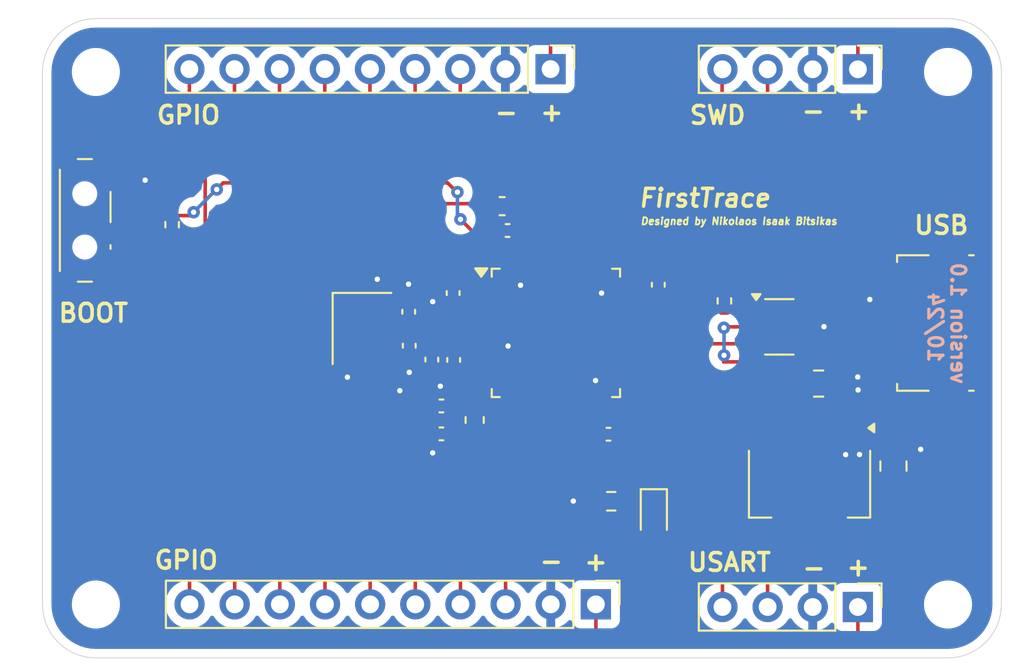
<source format=kicad_pcb>
(kicad_pcb (version 20240108) (generator "pcbnew") (generator_version "8.0")
  (layers (0 "F.Cu" signal) (31 "B.Cu" power) (34 "B.Paste" user) (35 "F.Paste" user) (36 "B.SilkS" user "B.Silkscreen") (37 "F.SilkS" user "F.Silkscreen") (38 "B.Mask" user) (39 "F.Mask" user) (44 "Edge.Cuts" user))
  (net 0 "")
  (net 1 "+3.3V")
  (net 2 "GND")
  (net 3 "/NRST")
  (net 4 "/HSE_IN")
  (net 5 "/HSE_OUT")
  (net 6 "+3.3VA")
  (net 7 "VBUS")
  (net 8 "Net-(D1-K)")
  (net 10 "D-")
  (net 11 "D+")
  (net 12 "SWDIO")
  (net 13 "SWCLK")
  (net 14 "PB2")
  (net 15 "PB7")
  (net 16 "PB1")
  (net 17 "PB8")
  (net 18 "PB9")
  (net 19 "PB11")
  (net 20 "PB4")
  (net 21 "PB6")
  (net 22 "PB0")
  (net 23 "PB5")
  (net 24 "PB3")
  (net 25 "PB10")
  (net 26 "PA4")
  (net 27 "PA6")
  (net 28 "PA7")
  (net 29 "PA3")
  (net 30 "PA5")
  (net 31 "/BOOT0")
  (net 32 "/SW_BOOT0")
  (net 33 "USB_D+")
  (net 36 "USB_D-")
  (net 39 "+5V")
  (net 40 "unconnected-(J1-Shield-Pad6)_2")
  (footprint "Capacitor_SMD:C_0402_1005Metric" (layer "F.Cu") (at 156.58 97.32 -90)
    (property "Reference" "C1")
    (property "Value" "100n" (hide yes))
  )
  (footprint "MountingHole:MountingHole_2.2mm_M2" (layer "F.Cu") (at 184.42 84.88)
    (property "Reference" "H2")
    (property "Value" "MountingHole" (hide yes))
  )
  (footprint "Button_Switch_SMD:SW_SPDT_PCM12" (layer "F.Cu") (at 136.185 93.23 -90)
    (property "Reference" "SW1" (hide yes))
    (property "Value" "SW_SPDT")
  )
  (footprint "Connector_PinHeader_2.54mm:PinHeader_1x09_P2.54mm_Vertical" (layer "F.Cu") (at 162.06 84.72 -90)
    (property "Reference" "J3")
    (property "Value" "Conn_01x09_Pin")
  )
  (footprint "MountingHole:MountingHole_2.2mm_M2" (layer "F.Cu") (at 184.42 114.84)
    (property "Reference" "H3")
    (property "Value" "MountingHole" (hide yes))
  )
  (footprint "Package_TO_SOT_SMD:SOT-223-3_TabPin2" (layer "F.Cu") (at 176.63 108.04 -90)
    (property "Reference" "U3")
    (property "Value" "AMS1117-3.3" (hide yes))
  )
  (footprint "Crystal:Crystal_SMD_3225-4Pin_3.2x2.5mm" (layer "F.Cu") (at 151.45 99.31 -90)
    (property "Reference" "Y1")
    (property "Value" "16MHz" (hide yes))
  )
  (footprint "Capacitor_SMD:C_0805_2012Metric" (layer "F.Cu") (at 181.35 107.05 90)
    (property "Reference" "C13")
    (property "Value" "22u" (hide yes))
  )
  (footprint "MountingHole:MountingHole_2.2mm_M2" (layer "F.Cu") (at 136.48 84.88)
    (property "Reference" "H1")
    (property "Value" "MountingHole" (hide yes))
  )
  (footprint "Resistor_SMD:R_0402_1005Metric" (layer "F.Cu") (at 171.84 97.76 -90)
    (property "Reference" "R2")
    (property "Value" "1k5" (hide yes))
  )
  (footprint "Inductor_SMD:L_0603_1608Metric" (layer "F.Cu") (at 157.79 104.46 -90)
    (property "Reference" "FB1" (hide yes))
    (property "Value" "FerriteBead" (hide yes))
  )
  (footprint "Resistor_SMD:R_0603_1608Metric" (layer "F.Cu") (at 165.475 109.03 180)
    (property "Reference" "R3")
    (property "Value" "100R" (hide yes))
  )
  (footprint "Package_TO_SOT_SMD:SOT-23-6" (layer "F.Cu") (at 174.93 99.22)
    (property "Reference" "U2")
    (property "Value" "USBLC6-2SC6" (hide yes))
  )
  (footprint "Capacitor_SMD:C_0402_1005Metric" (layer "F.Cu") (at 155.92 103.67 180)
    (property "Reference" "C10")
    (property "Value" "1u" (hide yes))
  )
  (footprint "LED_SMD:LED_0603_1608Metric" (layer "F.Cu") (at 167.87 109.8375 -90)
    (property "Reference" "D1")
    (property "Value" "Green LED")
  )
  (footprint "Connector_USB:USB_Micro-B_Molex_47346-0001" (layer "F.Cu") (at 183.265 99.0025 90)
    (property "Reference" "J1")
    (property "Value" "USB_B_Micro")
  )
  (footprint "Package_QFP:LQFP-48_7x7mm_P0.5mm" (layer "F.Cu") (at 162.36 99.56)
    (property "Reference" "U1")
    (property "Value" "STM32F103C8Tx" (hide yes))
  )
  (footprint "Capacitor_SMD:C_0402_1005Metric" (layer "F.Cu") (at 155.92 105.24 180)
    (property "Reference" "C11")
    (property "Value" "1u" (hide yes))
  )
  (footprint "Connector_PinHeader_2.54mm:PinHeader_1x04_P2.54mm_Vertical" (layer "F.Cu") (at 179.35 114.98 -90)
    (property "Reference" "J4")
    (property "Value" "Conn_01x04_Pin" (hide yes))
  )
  (footprint "Capacitor_SMD:C_0402_1005Metric" (layer "F.Cu") (at 154.08 98.37 90)
    (property "Reference" "C7")
    (property "Value" "10p" (hide yes))
  )
  (footprint "Capacitor_SMD:C_0402_1005Metric" (layer "F.Cu") (at 168.12 96.85 -90)
    (property "Reference" "C3")
    (property "Value" "100n" (hide yes))
  )
  (footprint "MountingHole:MountingHole_2.2mm_M2" (layer "F.Cu") (at 136.48 114.84)
    (property "Reference" "H4")
    (property "Value" "MountingHole" (hide yes))
  )
  (footprint "Capacitor_SMD:C_0402_1005Metric" (layer "F.Cu") (at 159.64 93.8)
    (property "Reference" "C4")
    (property "Value" "100n" (hide yes))
  )
  (footprint "Capacitor_SMD:C_0603_1608Metric" (layer "F.Cu") (at 159.335 92.43)
    (property "Reference" "C5")
    (property "Value" "4.7u" (hide yes))
  )
  (footprint "Capacitor_SMD:C_0402_1005Metric" (layer "F.Cu") (at 154.11 100.28 -90)
    (property "Reference" "C8")
    (property "Value" "10p" (hide yes))
  )
  (footprint "Resistor_SMD:R_0402_1005Metric" (layer "F.Cu") (at 140.77 93.47 90)
    (property "Reference" "R1")
    (property "Value" "10k" (hide yes))
  )
  (footprint "Capacitor_SMD:C_0402_1005Metric" (layer "F.Cu") (at 156.61 101.08 90)
    (property "Reference" "C9")
    (property "Value" "10n" (hide yes))
  )
  (footprint "Capacitor_SMD:C_0805_2012Metric" (layer "F.Cu") (at 177.14 102.41)
    (property "Reference" "C12")
    (property "Value" "22u" (hide yes))
  )
  (footprint "Connector_PinHeader_2.54mm:PinHeader_1x04_P2.54mm_Vertical" (layer "F.Cu") (at 179.35 84.73 -90)
    (property "Reference" "J2")
    (property "Value" "Conn_01x04_Pin")
  )
  (footprint "Capacitor_SMD:C_0402_1005Metric" (layer "F.Cu") (at 155.38 101.06 -90)
    (property "Reference" "C6")
    (property "Value" "100n" (hide yes))
  )
  (footprint "Fuse:Fuse_0402_1005Metric" (layer "F.Cu") (at 179.525 100.49 180)
    (property "Reference" "F1")
    (property "Value" "500mA" (hide yes))
  )
  (footprint "Connector_PinHeader_2.54mm:PinHeader_1x10_P2.54mm_Vertical" (layer "F.Cu") (at 164.61 114.83 -90)
    (property "Reference" "J5")
    (property "Value" "Conn_01x10_Pin")
  )
  (footprint "Capacitor_SMD:C_0402_1005Metric" (layer "F.Cu") (at 165.32 105.26 180)
    (property "Reference" "C2")
    (property "Value" "100n" (hide yes))
  )
  (gr_arc (start 136.48 117.84) (mid 134.35868 116.96132) (end 133.48 114.84) (stroke (width 0.05)) (layer "Edge.Cuts"))
  (gr_line (start 133.48 84.88) (end 133.48 114.84) (stroke (width 0.05)) (layer "Edge.Cuts"))
  (gr_arc (start 133.48 84.88) (mid 134.35868 82.75868) (end 136.48 81.88) (stroke (width 0.05)) (layer "Edge.Cuts"))
  (gr_arc (start 184.42 81.88) (mid 186.54132 82.75868) (end 187.42 84.88) (stroke (width 0.05)) (layer "Edge.Cuts"))
  (gr_line (start 136.48 81.88) (end 184.42 81.88) (stroke (width 0.05)) (layer "Edge.Cuts"))
  (gr_line (start 136.48 117.84) (end 184.42 117.84) (stroke (width 0.05)) (layer "Edge.Cuts"))
  (gr_arc (start 187.42 114.84) (mid 186.54132 116.96132) (end 184.42 117.84) (stroke (width 0.05)) (layer "Edge.Cuts"))
  (gr_line (start 187.42 84.88) (end 187.42 114.84) (stroke (width 0.05)) (layer "Edge.Cuts"))
  (gr_text "version 1.0\n  10/24    " (at 183.23 102.53 270) (layer "B.SilkS") (effects (font (size 0.8 0.8) (thickness 0.175) (bold yes)) (justify left bottom mirror)))
  (gr_text "-" (at 161.35 112.98 0) (layer "F.SilkS") (effects (font (size 1 1) (thickness 0.2)) (justify left bottom)))
  (gr_text "+" (at 178.62 113.31 0) (layer "F.SilkS") (effects (font (size 1 1) (thickness 0.2)) (justify left bottom)))
  (gr_text "-" (at 176.09 87.65 0) (layer "F.SilkS") (effects (font (size 1 1) (thickness 0.2)) (justify left bottom)))
  (gr_text "SWD" (at 169.78 87.9 0) (layer "F.SilkS") (effects (font (size 1 1) (thickness 0.2)) (justify left bottom)))
  (gr_text "-" (at 176.13 113.35 0) (layer "F.SilkS") (effects (font (size 1 1) (thickness 0.2)) (justify left bottom)))
  (gr_text "GPIO" (at 139.8 87.89 0) (layer "F.SilkS") (effects (font (size 1 1) (thickness 0.2)) (justify left bottom)))
  (gr_text "USB" (at 182.41 94.09 0) (layer "F.SilkS") (effects (font (size 1 1) (thickness 0.2)) (justify left bottom)))
  (gr_text "GPIO" (at 139.67 112.93 0) (layer "F.SilkS") (effects (font (size 1 1) (thickness 0.2)) (justify left bottom)))
  (gr_text "+" (at 178.65 87.64 0) (layer "F.SilkS") (effects (font (size 1 1) (thickness 0.2)) (justify left bottom)))
  (gr_text "USART" (at 169.68 113.05 0) (layer "F.SilkS") (effects (font (size 1 1) (thickness 0.2)) (justify left bottom)))
  (gr_text "BOOT" (at 134.28 99.03 0) (layer "F.SilkS") (effects (font (size 1 1) (thickness 0.2)) (justify left bottom)))
  (gr_text "+" (at 161.38 87.72 0) (layer "F.SilkS") (effects (font (size 1 1) (thickness 0.2)) (justify left bottom)))
  (gr_text "Designed by Nikolaos Isaak Bitsikas" (at 167.08 93.51 0) (layer "F.SilkS") (effects (font (size 0.4 0.4) (thickness 0.1) (italic yes)) (justify left bottom)))
  (gr_text "+" (at 163.86 113.01 0) (layer "F.SilkS") (effects (font (size 1 1) (thickness 0.2)) (justify left bottom)))
  (gr_text "-" (at 158.82 87.73 0) (layer "F.SilkS") (effects (font (size 1 1) (thickness 0.2)) (justify left bottom)))
  (gr_text "FirstTrace" (at 166.93 92.56 0) (layer "F.SilkS") (effects (font (size 1 1) (thickness 0.2) (italic yes)) (justify left bottom)))
  (segment (start 139.76 116.99) (end 139.4 116.63) (width 0.2) (layer "F.Cu") (net 1))
  (segment (start 172.74 111.67) (end 172.74 112.24) (width 0.2) (layer "F.Cu") (net 1))
  (segment (start 174.715685 86.88) (end 181.05 86.88) (width 0.2) (layer "F.Cu") (net 1))
  (segment (start 167.6 96.37) (end 167.56 96.41) (width 0.2) (layer "F.Cu") (net 1))
  (segment (start 142.63 94.17) (end 142.63 93.47) (width 0.2) (layer "F.Cu") (net 1))
  (segment (start 159.42 94.29) (end 159.31 94.29) (width 0.2) (layer "F.Cu") (net 1))
  (segment (start 181.78 116.42) (end 181.21 116.99) (width 0.2) (layer "F.Cu") (net 1))
  (segment (start 167.72 116.99) (end 164.58 116.99) (width 0.2) (layer "F.Cu") (net 1))
  (segment (start 155.97 96.84) (end 155.03 95.9) (width 0.2) (layer "F.Cu") (net 1))
  (segment (start 156.84 107.62) (end 140.83 107.62) (width 0.2) (layer "F.Cu") (net 1))
  (segment (start 171.23 97.25) (end 170.35 96.37) (width 0.2) (layer "F.Cu") (net 1))
  (segment (start 167.872843 89.242843) (end 171.542843 89.242843) (width 0.2) (layer "F.Cu") (net 1))
  (segment (start 142.95 94.17) (end 142.63 94.17) (width 0.2) (layer "F.Cu") (net 1))
  (segment (start 167.56 96.6) (end 167.35 96.81) (width 0.2) (layer "F.Cu") (net 1))
  (segment (start 139.78 82.48) (end 162.02 82.48) (width 0.2) (layer "F.Cu") (net 1))
  (segment (start 171.84 96.79) (end 170.47 95.42) (width 0.2) (layer "F.Cu") (net 1))
  (segment (start 139.24 83.02) (end 139.78 82.48) (width 0.2) (layer "F.Cu") (net 1))
  (segment (start 179.35 82.67) (end 179.35 84.73) (width 0.2) (layer "F.Cu") (net 1))
  (segment (start 181.35 112.93) (end 181.61 112.93) (width 0.2) (layer "F.Cu") (net 1))
  (segment (start 166.1 106.37) (end 172.34 106.37) (width 0.2) (layer "F.Cu") (net 1))
  (segment (start 158.85 92.29) (end 143.81 92.29) (width 0.2) (layer "F.Cu") (net 1))
  (segment (start 168.17 116.99) (end 167.89 116.99) (width 0.2) (layer "F.Cu") (net 1))
  (segment (start 140.69 95.99) (end 140.18 95.48) (width 0.2) (layer "F.Cu") (net 1))
  (segment (start 165.8 105.26) (end 165.8 106.07) (width 0.2) (layer "F.Cu") (net 1))
  (segment (start 167.89 116.99) (end 167.72 116.99) (width 0.2) (layer "F.Cu") (net 1))
  (segment (start 166.85 95.42) (end 166.37 94.94) (width 0.2) (layer "F.Cu") (net 1))
  (segment (start 174.435685 87.16) (end 174.715685 86.88) (width 0.2) (layer "F.Cu") (net 1))
  (segment (start 181.35 112.51) (end 181.35 112.77) (width 0.2) (layer "F.Cu") (net 1))
  (segment (start 172.79 87.995686) (end 172.79 87.18) (width 0.2) (layer "F.Cu") (net 1))
  (segment (start 179.34 116.99) (end 168.17 116.99) (width 0.2) (layer "F.Cu") (net 1))
  (segment (start 171.84 97.25) (end 171.84 96.79) (width 0.2) (layer "F.Cu") (net 1))
  (segment (start 181.49 82.63) (end 181.34 82.48) (width 0.2) (layer "F.Cu") (net 1))
  (segment (start 165.8 106.07) (end 166.1 106.37) (width 0.2) (layer "F.Cu") (net 1))
  (segment (start 171.542843 89.242843) (end 172.79 87.995686) (width 0.2) (layer "F.Cu") (net 1))
  (segment (start 172.81 87.16) (end 174.435685 87.16) (width 0.2) (layer "F.Cu") (net 1))
  (segment (start 140.18 95.48) (end 139.39 95.48) (width 0.2) (layer "F.Cu") (net 1))
  (segment (start 165.11 104.593866) (end 165.336134 104.82) (width 0.2) (layer "F.Cu") (net 1))
  (segment (start 162.02 82.48) (end 179.38 82.48) (width 0.2) (layer "F.Cu") (net 1))
  (segment (start 154.33 92.83) (end 144.29 92.83) (width 0.2) (layer "F.Cu") (net 1))
  (segment (start 170.47 95.42) (end 166.85 95.42) (width 0.2) (layer "F.Cu") (net 1))
  (segment (start 144.29 92.83) (end 142.95 94.17) (width 0.2) (layer "F.Cu") (net 1))
  (segment (start 162.06 84.72) (end 162.06 82.52) (width 0.2) (layer "F.Cu") (net 1))
  (segment (start 181.05 86.88) (end 181.49 86.44) (width 0.2) (layer "F.Cu") (net 1))
  (segment (start 165.74 104.82) (end 165.8 104.88) (width 0.2) (layer "F.Cu") (net 1))
  (segment (start 158.1675 96.84) (end 158.1975 96.81) (width 0.2) (layer "F.Cu") (net 1))
  (segment (start 167.56 96.41) (end 167.56 96.6) (width 0.2) (layer "F.Cu") (net 1))
  (segment (start 164.61 116.86) (end 164.61 114.83) (width 0.2) (layer "F.Cu") (net 1))
  (segment (start 155.03 93.53) (end 154.33 92.83) (width 0.2) (layer "F.Cu") (net 1))
  (segment (start 181.21 116.99) (end 179.34 116.99) (width 0.2) (layer "F.Cu") (net 1))
  (segment (start 172.73 106.76) (end 172.73 111.66) (width 0.2) (layer "F.Cu") (net 1))
  (segment (start 179.38 82.64) (end 179.35 82.67) (width 0.2) (layer "F.Cu") (net 1))
  (segment (start 172.34 106.37) (end 172.73 106.76) (width 0.2) (layer "F.Cu") (net 1))
  (segment (start 170.35 96.37) (end 168.12 96.37) (width 0.2) (layer "F.Cu") (net 1))
  (segment (start 173.01 112.51) (end 174.395686 112.51) (width 0.2) (layer "F.Cu") (net 1))
  (segment (start 159.16 93.8) (end 159.16 93.35) (width 0.2) (layer "F.Cu") (net 1))
  (segment (start 139.4 116.63) (end 139.4 106.19) (width 0.2) (layer "F.Cu") (net 1))
  (segment (start 181.49 86.44) (end 181.49 82.63) (width 0.2) (layer "F.Cu") (net 1))
  (segment (start 156.58 96.84) (end 155.97 96.84) (width 0.2) (layer "F.Cu") (net 1))
  (segment (start 159.31 94.29) (end 159.16 94.14) (width 0.2) (layer "F.Cu") (net 1))
  (segment (start 140.81 95.99) (end 140.69 95.99) (width 0.2) (layer "F.Cu") (net 1))
  (segment (start 140.83 107.62) (end 139.4 106.19) (width 0.2) (layer "F.Cu") (net 1))
  (segment (start 139.4 97.4) (end 140.81 95.99) (width 0.2) (layer "F.Cu") (net 1))
  (segment (start 164.58 116.99) (end 139.76 116.99) (width 0.2) (layer "F.Cu") (net 1))
  (segment (start 162.06 82.52) (end 162.02 82.48) (width 0.2) (layer "F.Cu") (net 1))
  (segment (start 156.4 105.24) (end 157.7825 105.24) (width 0.2) (layer "F.Cu") (net 1))
  (segment (start 157.79 105.2475) (end 157.79 106.67) (width 0.2) (layer "F.Cu") (net 1))
  (segment (start 181.34 82.48) (end 179.38 82.48) (width 0.2) (layer "F.Cu") (net 1))
  (segment (start 181.35 112.77) (end 181.35 112.93) (width 0.2) (layer "F.Cu") (net 1))
  (segment (start 168.12 96.37) (end 167.6 96.37) (width 0.2) (layer "F.Cu") (net 1))
  (segment (start 142.63 94.17) (end 140.81 95.99) (width 0.2) (layer "F.Cu") (net 1))
  (segment (start 142.63 89.89) (end 141.68 88.94) (width 0.2) (layer "F.Cu") (net 1))
  (segment (start 155.03 95.9) (end 155.03 93.53) (width 0.2) (layer "F.Cu") (net 1))
  (segment (start 159.61 95.3975) (end 159.61 94.48) (width 0.2) (layer "F.Cu") (net 1))
  (segment (start 172.74 112.24) (end 173.01 112.51) (width 0.2) (layer "F.Cu") (net 1))
  (segment (start 157.7825 105.24) (end 157.79 105.2475) (width 0.2) (layer "F.Cu") (net 1))
  (segment (start 165.8 104.88) (end 165.8 105.26) (width 0.2) (layer "F.Cu") (net 1))
  (segment (start 156.58 96.84) (end 158.1675 96.84) (width 0.2) (layer "F.Cu") (net 1))
  (segment (start 164.58 116.89) (end 164.61 116.86) (width 0.2) (layer "F.Cu") (net 1))
  (segment (start 167.35 96.81) (end 166.5225 96.81) (width 0.2) (layer "F.Cu") (net 1))
  (segment (start 137.615 95.48) (end 139.39 95.48) (width 0.2) (layer "F.Cu") (net 1))
  (segment (start 179.35 114.98) (end 179.35 116.98) (width 0.2) (layer "F.Cu") (net 1))
  (segment (start 157.79 106.67) (end 156.84 107.62) (width 0.2) (layer "F.Cu") (net 1))
  (segment (start 139.24 88.94) (end 139.24 83.02) (width 0.2) (layer "F.Cu") (net 1))
  (segment (start 165.11 103.7225) (end 165.11 104.593866) (width 0.2) (layer "F.Cu") (net 1))
  (segment (start 139.4 106.19) (end 139.4 97.4) (width 0.2) (layer "F.Cu") (net 1))
  (segment (start 167.87 110.625) (end 167.87 116.97) (width 0.2) (layer "F.Cu") (net 1))
  (segment (start 142.63 93.47) (end 142.63 89.89) (width 0.2) (layer "F.Cu") (net 1))
  (segment (start 174.395686 112.51) (end 174.815686 112.93) (width 0.2) (layer "F.Cu") (net 1))
  (segment (start 181.78 113.1) (end 181.78 116.42) (width 0.2) (layer "F.Cu") (net 1))
  (segment (start 181.61 112.93) (end 181.78 113.1) (width 0.2) (layer "F.Cu") (net 1))
  (segment (start 166.37 90.745686) (end 167.872843 89.242843) (width 0.2) (layer "F.Cu") (net 1))
  (segment (start 158.56 92.75) (end 158.56 92.43) (width 0.2) (layer "F.Cu") (net 1))
  (segment (start 159.16 93.35) (end 158.56 92.75) (width 0.2) (layer "F.Cu") (net 1))
  (segment (start 171.84 97.25) (end 171.23 97.25) (width 0.2) (layer "F.Cu") (net 1))
  (segment (start 172.73 111.66) (end 172.74 111.67) (width 0.2) (layer "F.Cu") (net 1))
  (segment (start 172.79 87.18) (end 172.81 87.16) (width 0.2) (layer "F.Cu") (net 1))
  (segment (start 165.336134 104.82) (end 165.74 104.82) (width 0.2) (layer "F.Cu") (net 1))
  (segment (start 181.35 108) (end 181.35 112.51) (width 0.2) (layer "F.Cu") (net 1))
  (segment (start 159.61 94.48) (end 159.42 94.29) (width 0.2) (layer "F.Cu") (net 1))
  (segment (start 179.35 116.98) (end 179.34 116.99) (width 0.2) (layer "F.Cu") (net 1))
  (segment (start 174.815686 112.93) (end 181.35 112.93) (width 0.2) (layer "F.Cu") (net 1))
  (segment (start 141.68 88.94) (end 139.24 88.94) (width 0.2) (layer "F.Cu") (net 1))
  (segment (start 167.87 116.97) (end 167.89 116.99) (width 0.2) (layer "F.Cu") (net 1))
  (segment (start 179.38 82.48) (end 179.38 82.64) (width 0.2) (layer "F.Cu") (net 1))
  (segment (start 164.58 116.99) (end 164.58 116.89) (width 0.2) (layer "F.Cu") (net 1))
  (segment (start 166.37 94.94) (end 166.37 90.745686) (width 0.2) (layer "F.Cu") (net 1))
  (segment (start 143.81 92.29) (end 142.63 93.47) (width 0.2) (layer "F.Cu") (net 1))
  (segment (start 159.16 94.14) (end 159.16 93.8) (width 0.2) (layer "F.Cu") (net 1))
  (segment (start 150.61 101.81) (end 150.61 102.03) (width 0.2) (layer "F.Cu") (net 2))
  (segment (start 137.615 90.98) (end 139.24 90.98) (width 0.2) (layer "F.Cu") (net 2))
  (segment (start 155.44 102.83) (end 155.43 102.82) (width 0.2) (layer "F.Cu") (net 2))
  (segment (start 155.44 106.3) (end 155.43 106.31) (width 0.2) (layer "F.Cu") (net 2))
  (segment (start 154.08 97.89) (end 154.08 97.08) (width 0.2) (layer "F.Cu") (net 2))
  (segment (start 150.6 100.41) (end 150.6 101.8) (width 0.2) (layer "F.Cu") (net 2))
  (segment (start 155.38 102.04) (end 155.12 102.3) (width 0.2) (layer "F.Cu") (net 2))
  (segment (start 152.3 96.55) (end 152.31 96.54) (width 0.2) (layer "F.Cu") (net 2))
  (segment (start 160.11 95.3975) (end 160.11 93.81) (width 0.2) (layer "F.Cu") (net 2))
  (segment (start 154.11 100.76) (end 154.11 101.78) (width 0.2) (layer "F.Cu") (net 2))
  (segment (start 180.0425 97.7025) (end 180.02 97.68) (width 0.2) (layer "F.Cu") (net 2))
  (segment (start 164.61 103.7225) (end 164.61 104.73) (width 0.2) (layer "F.Cu") (net 2))
  (segment (start 160.12 93.8) (end 160.12 93.28) (width 0.2) (layer "F.Cu") (net 2))
  (segment (start 154.07 97.07) (end 154.07 96.82) (width 0.2) (layer "F.Cu") (net 2))
  (segment (start 163.35 109.03) (end 163.34 109.02) (width 0.2) (layer "F.Cu") (net 2))
  (segment (start 168.12 97.33) (end 166.5425 97.33) (width 0.2) (layer "F.Cu") (net 2))
  (segment (start 155.44 105.24) (end 155.44 106.3) (width 0.2) (layer "F.Cu") (net 2))
  (segment (start 156.94 100.6) (end 157.23 100.31) (width 0.2) (layer "F.Cu") (net 2))
  (segment (start 176.0675 99.22) (end 177.43 99.22) (width 0.2) (layer "F.Cu") (net 2))
  (segment (start 160.11 93.81) (end 160.12 93.8) (width 0.2) (layer "F.Cu") (net 2))
  (segment (start 150.6 101.8) (end 150.61 101.81) (width 0.2) (layer "F.Cu") (net 2))
  (segment (start 164.61 102.26) (end 164.59 102.24) (width 0.2) (layer "F.Cu") (net 2))
  (segment (start 164.84 104.96) (end 164.84 105.26) (width 0.2) (layer "F.Cu") (net 2))
  (segment (start 152.3 98.21) (end 152.3 96.69) (width 0.2) (layer "F.Cu") (net 2))
  (segment (start 155.61 97.8) (end 155.43 97.8) (width 0.2) (layer "F.Cu") (net 2))
  (segment (start 155.12 102.3) (end 154.98 102.44) (width 0.2) (layer "F.Cu") (net 2))
  (segment (start 164.94 97.31) (end 164.93 97.32) (width 0.2) (layer "F.Cu") (net 2))
  (segment (start 156.58 97.8) (end 155.61 97.8) (width 0.2) (layer "F.Cu") (net 2))
  (segment (start 153.83 102.81) (end 153.58 102.81) (width 0.2) (layer "F.Cu") (net 2))
  (segment (start 154.2 102.44) (end 153.83 102.81) (width 0.2) (layer "F.Cu") (net 2))
  (segment (start 155.38 101.54) (end 155.38 102.04) (width 0.2) (layer "F.Cu") (net 2))
  (segment (start 166.5225 97.31) (end 164.94 97.31) (width 0.2) (layer "F.Cu") (net 2))
  (segment (start 157.23 100.31) (end 158.1975 100.31) (width 0.2) (layer "F.Cu") (net 2))
  (segment (start 164.61 103.7225) (end 164.61 102.26) (width 0.2) (layer "F.Cu") (net 2))
  (segment (start 139.24 90.98) (end 139.25 90.97) (width 0.2) (layer "F.Cu") (net 2))
  (segment (start 154.98 102.44) (end 154.2 102.44) (width 0.2) (layer "F.Cu") (net 2))
  (segment (start 177.43 99.22) (end 177.44038 99.20962) (width 0.2) (layer "F.Cu") (net 2))
  (segment (start 164.62 103.7325) (end 164.61 103.7225) (width 0.2) (layer "F.Cu") (net 2))
  (segment (start 164.61 104.73) (end 164.84 104.96) (width 0.2) (layer "F.Cu") (net 2))
  (segment (start 160.11 96.62) (end 160.37 96.88) (width 0.2) (layer "F.Cu") (net 2))
  (segment (start 150.61 102.03) (end 150.63 102.05) (width 0.2) (layer "F.Cu") (net 2))
  (segment (start 166.5425 97.33) (end 166.5225 97.31) (width 0.2) (layer "F.Cu") (net 2))
  (segment (start 155.44 103.67) (end 155.44 102.83) (width 0.2) (layer "F.Cu") (net 2))
  (segment (start 155.43 102.82) (end 155.69 102.56) (width 0.2) (layer "F.Cu") (net 2))
  (segment (start 154.08 97.08) (end 154.07 97.07) (width 0.2) (layer "F.Cu") (net 2))
  (segment (start 158.1975 100.31) (end 159.66 100.31) (width 0.2) (layer "F.Cu") (net 2))
  (segment (start 164.65 109.03) (end 163.35 109.03) (width 0.2) (layer "F.Cu") (net 2))
  (segment (start 155.69 102.56) (end 155.86 102.56) (width 0.2) (layer "F.Cu") (net 2))
  (segment (start 152.3 96.69) (end 152.3 96.55) (width 0.2) (layer "F.Cu") (net 2))
  (segment (start 160.11 95.3975) (end 160.11 96.62) (width 0.2) (layer "F.Cu") (net 2))
  (segment (start 156.61 100.6) (end 156.94 100.6) (width 0.2) (layer "F.Cu") (net 2))
  (segment (start 160.12 93.28) (end 160.11 93.27) (width 0.2) (layer "F.Cu") (net 2))
  (segment (start 159.66 100.31) (end 159.67 100.3) (width 0.2) (layer "F.Cu") (net 2))
  (segment (start 160.11 93.27) (end 160.11 92.43) (width 0.2) (layer "F.Cu") (net 2))
  (segment (start 181.805 97.7025) (end 180.0425 97.7025) (width 0.2) (layer "F.Cu") (net 2))
  (via (at 179.44 106.4) (size 0.7) (drill 0.3) (layers "F.Cu" "B.Cu") (net 2))
  (via (at 179.36 102.77) (size 0.7) (drill 0.3) (layers "F.Cu" "B.Cu") (net 2))
  (via (at 180.02 97.68) (size 0.7) (drill 0.3) (layers "F.Cu" "B.Cu") (net 2))
  (via (at 153.58 102.81) (size 0.7) (drill 0.3) (layers "F.Cu" "B.Cu") (net 2))
  (via (at 179.34 102.04) (size 0.7) (drill 0.3) (layers "F.Cu" "B.Cu") (net 2))
  (via (at 163.34 109.02) (size 0.7) (drill 0.3) (layers "F.Cu" "B.Cu") (net 2))
  (via (at 152.31 96.54) (size 0.7) (drill 0.3) (layers "F.Cu" "B.Cu") (net 2))
  (via (at 164.93 97.32) (size 0.7) (drill 0.3) (layers "F.Cu" "B.Cu") (net 2))
  (via (at 177.44038 99.20962) (size 0.7) (drill 0.3) (layers "F.Cu" "B.Cu") (net 2))
  (via (at 154.11 101.78) (size 0.7) (drill 0.3) (layers "F.Cu" "B.Cu") (net 2))
  (via (at 155.43 97.8) (size 0.7) (drill 0.3) (layers "F.Cu" "B.Cu") (net 2))
  (via (at 164.59 102.24) (size 0.7) (drill 0.3) (layers "F.Cu" "B.Cu") (net 2))
  (via (at 150.63 102.05) (size 0.7) (drill 0.3) (layers "F.Cu" "B.Cu") (net 2))
  (via (at 139.25 90.97) (size 0.7) (drill 0.3) (layers "F.Cu" "B.Cu") (net 2))
  (via (at 178.66 106.41) (size 0.7) (drill 0.3) (layers "F.Cu" "B.Cu") (net 2))
  (via (at 182.88 106.11) (size 0.7) (drill 0.3) (layers "F.Cu" "B.Cu") (net 2))
  (via (at 155.43 106.31) (size 0.7) (drill 0.3) (layers "F.Cu" "B.Cu") (net 2))
  (via (at 159.67 100.3) (size 0.7) (drill 0.3) (layers "F.Cu" "B.Cu") (net 2))
  (via (at 160.37 96.88) (size 0.7) (drill 0.3) (layers "F.Cu" "B.Cu") (net 2))
  (via (at 155.86 102.56) (size 0.7) (drill 0.3) (layers "F.Cu" "B.Cu") (net 2))
  (via (at 154.07 96.82) (size 0.7) (drill 0.3) (layers "F.Cu" "B.Cu") (net 2))
  (segment (start 155.55 99.81) (end 155.38 99.98) (width 0.2) (layer "F.Cu") (net 3))
  (segment (start 158.1975 99.81) (end 155.55 99.81) (width 0.2) (layer "F.Cu") (net 3))
  (segment (start 155.38 99.98) (end 155.38 100.58) (width 0.2) (layer "F.Cu") (net 3))
  (segment (start 151.26 99.29) (end 151.26 98.87) (width 0.2) (layer "F.Cu") (net 4))
  (segment (start 154.08 98.85) (end 153.23 98.85) (width 0.2) (layer "F.Cu") (net 4))
  (segment (start 153.23 98.85) (end 153.23 99.18) (width 0.2) (layer "F.Cu") (net 4))
  (segment (start 158.1975 98.81) (end 154.12 98.81) (width 0.2) (layer "F.Cu") (net 4))
  (segment (start 154.12 98.81) (end 154.08 98.85) (width 0.2) (layer "F.Cu") (net 4))
  (segment (start 151.26 98.87) (end 150.6 98.21) (width 0.2) (layer "F.Cu") (net 4))
  (segment (start 153.12 99.29) (end 151.26 99.29) (width 0.2) (layer "F.Cu") (net 4))
  (segment (start 153.23 99.18) (end 153.12 99.29) (width 0.2) (layer "F.Cu") (net 4))
  (segment (start 154.67 99.8) (end 154.11 99.8) (width 0.2) (layer "F.Cu") (net 5))
  (segment (start 153.16 100.41) (end 152.3 100.41) (width 0.2) (layer "F.Cu") (net 5))
  (segment (start 153.18 100.43) (end 153.16 100.41) (width 0.2) (layer "F.Cu") (net 5))
  (segment (start 154.11 99.8) (end 153.35 99.8) (width 0.2) (layer "F.Cu") (net 5))
  (segment (start 158.1975 99.31) (end 155.16 99.31) (width 0.2) (layer "F.Cu") (net 5))
  (segment (start 153.29 99.86) (end 153.29 100.32) (width 0.2) (layer "F.Cu") (net 5))
  (segment (start 153.29 100.32) (end 153.18 100.43) (width 0.2) (layer "F.Cu") (net 5))
  (segment (start 155.16 99.31) (end 154.67 99.8) (width 0.2) (layer "F.Cu") (net 5))
  (segment (start 153.35 99.8) (end 153.29 99.86) (width 0.2) (layer "F.Cu") (net 5))
  (segment (start 156.61 101.56) (end 157.01 101.56) (width 0.2) (layer "F.Cu") (net 6))
  (segment (start 157.42759 100.81) (end 158.1975 100.81) (width 0.2) (layer "F.Cu") (net 6))
  (segment (start 156.61 102.91) (end 156.61 101.56) (width 0.2) (layer "F.Cu") (net 6))
  (segment (start 156.4 103.12) (end 156.61 102.91) (width 0.2) (layer "F.Cu") (net 6))
  (segment (start 156.4 103.67) (end 156.4 103.12) (width 0.2) (layer "F.Cu") (net 6))
  (segment (start 157.01 101.56) (end 157.16 101.41) (width 0.2) (layer "F.Cu") (net 6))
  (segment (start 157.16 101.07759) (end 157.42759 100.81) (width 0.2) (layer "F.Cu") (net 6))
  (segment (start 156.4 103.67) (end 157.7875 103.67) (width 0.2) (layer "F.Cu") (net 6))
  (segment (start 157.16 101.41) (end 157.16 101.07759) (width 0.2) (layer "F.Cu") (net 6))
  (segment (start 157.7875 103.67) (end 157.79 103.6725) (width 0.2) (layer "F.Cu") (net 6))
  (segment (start 179.99 101.12) (end 179.87 101.24) (width 0.2) (layer "F.Cu") (net 7))
  (segment (start 174.33 102.63) (end 174.33 104.89) (width 0.2) (layer "F.Cu") (net 7))
  (segment (start 181.805 100.3025) (end 180.7275 100.3025) (width 0.2) (layer "F.Cu") (net 7))
  (segment (start 180.01 101.09) (end 179.99 101.11) (width 0.2) (layer "F.Cu") (net 7))
  (segment (start 179.99 101.11) (end 179.99 101.12) (width 0.2) (layer "F.Cu") (net 7))
  (segment (start 177.195686 101.48) (end 176.35 101.48) (width 0.2) (layer "F.Cu") (net 7))
  (segment (start 176.19 101.64) (end 176.19 102.41) (width 0.2) (layer "F.Cu") (net 7))
  (segment (start 176.19 102.41) (end 174.55 102.41) (width 0.2) (layer "F.Cu") (net 7))
  (segment (start 180.54 100.49) (end 180.01 100.49) (width 0.2) (layer "F.Cu") (net 7))
  (segment (start 180.7275 100.3025) (end 180.54 100.49) (width 0.2) (layer "F.Cu") (net 7))
  (segment (start 177.435686 101.24) (end 177.195686 101.48) (width 0.2) (layer "F.Cu") (net 7))
  (segment (start 180.01 100.49) (end 180.01 101.09) (width 0.2) (layer "F.Cu") (net 7))
  (segment (start 179.87 101.24) (end 177.435686 101.24) (width 0.2) (layer "F.Cu") (net 7))
  (segment (start 174.55 102.41) (end 174.33 102.63) (width 0.2) (layer "F.Cu") (net 7))
  (segment (start 176.35 101.48) (end 176.19 101.64) (width 0.2) (layer "F.Cu") (net 7))
  (segment (start 167.85 109.03) (end 167.87 109.05) (width 0.2) (layer "F.Cu") (net 8))
  (segment (start 166.32 109.05) (end 166.3 109.03) (width 0.2) (layer "F.Cu") (net 8))
  (segment (start 166.3 109.03) (end 167.85 109.03) (width 0.2) (layer "F.Cu") (net 8))
  (segment (start 176.0675 100.17) (end 177.6 100.17) (width 0.2) (layer "F.Cu") (net 10))
  (segment (start 177.6 100.17) (end 178.1175 99.6525) (width 0.2) (layer "F.Cu") (net 10))
  (segment (start 178.1175 99.6525) (end 181.805 99.6525) (width 0.2) (layer "F.Cu") (net 10))
  (segment (start 176.0675 98.27) (end 177.42 98.27) (width 0.2) (layer "F.Cu") (net 11))
  (segment (start 178.1525 99.0025) (end 181.805 99.0025) (width 0.2) (layer "F.Cu") (net 11))
  (segment (start 177.42 98.27) (end 178.1525 99.0025) (width 0.2) (layer "F.Cu") (net 11))
  (segment (start 165.27 97.97) (end 164.09 97.97) (width 0.2) (layer "F.Cu") (net 12))
  (segment (start 166.5225 97.81) (end 165.43 97.81) (width 0.2) (layer "F.Cu") (net 12))
  (segment (start 164.09 97.97) (end 164.05 97.93) (width 0.2) (layer "F.Cu") (net 12))
  (segment (start 172.39 86.98) (end 172.61 86.76) (width 0.2) (layer "F.Cu") (net 12))
  (segment (start 164.1 96.65) (end 165.3 96.65) (width 0.2) (layer "F.Cu") (net 12))
  (segment (start 165.97 95.98) (end 165.97 90.58) (width 0.2) (layer "F.Cu") (net 12))
  (segment (start 165.3 96.65) (end 165.97 95.98) (width 0.2) (layer "F.Cu") (net 12))
  (segment (start 171.39 88.83) (end 172.39 87.83) (width 0.2) (layer "F.Cu") (net 12))
  (segment (start 172.39 87.83) (end 172.39 86.98) (width 0.2) (layer "F.Cu") (net 12))
  (segment (start 167.72 88.83) (end 171.35 88.83) (width 0.2) (layer "F.Cu") (net 12))
  (segment (start 165.43 97.81) (end 165.27 97.97) (width 0.2) (layer "F.Cu") (net 12))
  (segment (start 164.05 97.93) (end 164.05 96.7) (width 0.2) (layer "F.Cu") (net 12))
  (segment (start 172.61 86.76) (end 174.27 86.76) (width 0.2) (layer "F.Cu") (net 12))
  (segment (start 174.27 86.76) (end 174.27 84.73) (width 0.2) (layer "F.Cu") (net 12))
  (segment (start 164.05 96.7) (end 164.1 96.65) (width 0.2) (layer "F.Cu") (net 12))
  (segment (start 165.97 90.58) (end 167.72 88.83) (width 0.2) (layer "F.Cu") (net 12))
  (segment (start 171.71 84.75) (end 171.73 84.73) (width 0.2) (layer "F.Cu") (net 13))
  (segment (start 171.71 87.65) (end 171.71 84.75) (width 0.2) (layer "F.Cu") (net 13))
  (segment (start 165.11 95.3975) (end 165.11 90.25) (width 0.2) (layer "F.Cu") (net 13))
  (segment (start 171.14 88.22) (end 171.71 87.65) (width 0.2) (layer "F.Cu") (net 13))
  (segment (start 165.11 90.25) (end 167.14 88.22) (width 0.2) (layer "F.Cu") (net 13))
  (segment (start 167.14 88.22) (end 171.14 88.22) (width 0.2) (layer "F.Cu") (net 13))
  (segment (start 159.53 110.102744) (end 159.53 114.83) (width 0.2) (layer "F.Cu") (net 14))
  (segment (start 163.11 106.522744) (end 159.53 110.102744) (width 0.2) (layer "F.Cu") (net 14))
  (segment (start 163.11 103.7225) (end 163.11 106.522744) (width 0.2) (layer "F.Cu") (net 14))
  (segment (start 162.11 95.3975) (end 162.11 93.877506) (width 0.2) (layer "F.Cu") (net 15))
  (segment (start 162.78 93.207506) (end 162.78 90.732942) (width 0.2) (layer "F.Cu") (net 15))
  (segment (start 161.427058 89.4) (end 147.18 89.4) (width 0.2) (layer "F.Cu") (net 15))
  (segment (start 162.78 90.732942) (end 161.427058 89.38) (width 0.2) (layer "F.Cu") (net 15))
  (segment (start 146.81 84.73) (end 146.82 84.72) (width 0.2) (layer "F.Cu") (net 15))
  (segment (start 162.11 93.877506) (end 162.78 93.207506) (width 0.2) (layer "F.Cu") (net 15))
  (segment (start 147.18 89.4) (end 146.81 89.03) (width 0.2) (layer "F.Cu") (net 15))
  (segment (start 146.81 89.03) (end 146.81 84.73) (width 0.2) (layer "F.Cu") (net 15))
  (segment (start 162.61 106.457058) (end 158.167058 110.9) (width 0.2) (layer "F.Cu") (net 16))
  (segment (start 156.99 111.2) (end 156.99 114.83) (width 0.2) (layer "F.Cu") (net 16))
  (segment (start 158.167058 110.9) (end 157.29 110.9) (width 0.2) (layer "F.Cu") (net 16))
  (segment (start 157.29 110.9) (end 156.99 111.2) (width 0.2) (layer "F.Cu") (net 16))
  (segment (start 162.61 103.7225) (end 162.61 106.457058) (width 0.2) (layer "F.Cu") (net 16))
  (segment (start 161.110001 94.31182) (end 161.110001 93.746134) (width 0.2) (layer "F.Cu") (net 17))
  (segment (start 161.110001 93.746134) (end 161.273068 93.583068) (width 0.2) (layer "F.Cu") (net 17))
  (segment (start 145.12 90.18) (end 144.28 89.34) (width 0.2) (layer "F.Cu") (net 17))
  (segment (start 161.095686 90.18) (end 145.12 90.18) (width 0.2) (layer "F.Cu") (net 17))
  (segment (start 144.28 89.34) (end 144.28 84.72) (width 0.2) (layer "F.Cu") (net 17))
  (segment (start 161.98 91.064314) (end 161.095686 90.18) (width 0.2) (layer "F.Cu") (net 17))
  (segment (start 161.273068 93.583068) (end 161.98 92.876136) (width 0.2) (layer "F.Cu") (net 17))
  (segment (start 161.11 94.31182) (end 161.110001 94.31182) (width 0.2) (layer "F.Cu") (net 17))
  (segment (start 161.11 95.3975) (end 161.12 95.3875) (width 0.2) (layer "F.Cu") (net 17))
  (segment (start 161.98 92.876136) (end 161.98 91.064314) (width 0.2) (layer "F.Cu") (net 17))
  (segment (start 161.11 95.3975) (end 161.11 94.31182) (width 0.2) (layer "F.Cu") (net 17))
  (segment (start 141.74 88.11) (end 141.74 84.72) (width 0.2) (layer "F.Cu") (net 18))
  (segment (start 144.21 90.58) (end 141.74 88.11) (width 0.2) (layer "F.Cu") (net 18))
  (segment (start 160.61 95.3975) (end 160.61 94.246135) (width 0.2) (layer "F.Cu") (net 18))
  (segment (start 160.93 90.58) (end 144.21 90.58) (width 0.2) (layer "F.Cu") (net 18))
  (segment (start 160.61 94.246135) (end 160.710001 94.146134) (width 0.2) (layer "F.Cu") (net 18))
  (segment (start 161.58 91.23) (end 160.93 90.58) (width 0.2) (layer "F.Cu") (net 18))
  (segment (start 161.58 92.71045) (end 161.58 91.23) (width 0.2) (layer "F.Cu") (net 18))
  (segment (start 160.710001 94.146134) (end 160.71 93.911819) (width 0.2) (layer "F.Cu") (net 18))
  (segment (start 160.71 93.58045) (end 161.58 92.71045) (width 0.2) (layer "F.Cu") (net 18))
  (segment (start 160.71 93.911819) (end 160.71 93.58045) (width 0.2) (layer "F.Cu") (net 18))
  (segment (start 164.11 106.49) (end 164.59 106.97) (width 0.2) (layer "F.Cu") (net 19))
  (segment (start 164.11 103.7225) (end 164.11 106.49) (width 0.2) (layer "F.Cu") (net 19))
  (segment (start 171.73 106.97) (end 171.97 107.21) (width 0.2) (layer "F.Cu") (net 19))
  (segment (start 164.59 106.97) (end 171.73 106.97) (width 0.2) (layer "F.Cu") (net 19))
  (segment (start 171.97 112.45) (end 172.43 112.91) (width 0.2) (layer "F.Cu") (net 19))
  (segment (start 171.97 107.21) (end 171.97 112.45) (width 0.2) (layer "F.Cu") (net 19))
  (segment (start 174.27 112.95) (end 174.27 114.98) (width 0.2) (layer "F.Cu") (net 19))
  (segment (start 172.43 112.91) (end 174.23 112.91) (width 0.2) (layer "F.Cu") (net 19))
  (segment (start 174.23 112.91) (end 174.27 112.95) (width 0.2) (layer "F.Cu") (net 19))
  (segment (start 163.98 90.235884) (end 161.924116 88.18) (width 0.2) (layer "F.Cu") (net 20))
  (segment (start 154.44 87.75) (end 154.44 84.72) (width 0.2) (layer "F.Cu") (net 20))
  (segment (start 163.98 93.704564) (end 163.98 90.235884) (width 0.2) (layer "F.Cu") (net 20))
  (segment (start 163.61 94.074564) (end 163.98 93.704564) (width 0.2) (layer "F.Cu") (net 20))
  (segment (start 161.924116 88.18) (end 154.87 88.18) (width 0.2) (layer "F.Cu") (net 20))
  (segment (start 154.87 88.18) (end 154.44 87.75) (width 0.2) (layer "F.Cu") (net 20))
  (segment (start 163.61 95.3975) (end 163.61 94.074564) (width 0.2) (layer "F.Cu") (net 20))
  (segment (start 149.36 88.4) (end 149.36 84.72) (width 0.2) (layer "F.Cu") (net 21))
  (segment (start 162.61 95.3975) (end 162.61 93.943192) (width 0.2) (layer "F.Cu") (net 21))
  (segment (start 163.18 93.373192) (end 163.18 90.567256) (width 0.2) (layer "F.Cu") (net 21))
  (segment (start 162.61 93.943192) (end 163.18 93.373192) (width 0.2) (layer "F.Cu") (net 21))
  (segment (start 149.94 88.98) (end 149.36 88.4) (width 0.2) (layer "F.Cu") (net 21))
  (segment (start 163.18 90.567256) (end 161.592744 88.98) (width 0.2) (layer "F.Cu") (net 21))
  (segment (start 161.592744 88.98) (end 149.94 88.98) (width 0.2) (layer "F.Cu") (net 21))
  (segment (start 158.001372 110.5) (end 155 110.5) (width 0.2) (layer "F.Cu") (net 22))
  (segment (start 154.45 111.05) (end 154.45 114.83) (width 0.2) (layer "F.Cu") (net 22))
  (segment (start 162.11 106.391372) (end 158.001372 110.5) (width 0.2) (layer "F.Cu") (net 22))
  (segment (start 155 110.5) (end 154.45 111.05) (width 0.2) (layer "F.Cu") (net 22))
  (segment (start 162.11 103.7225) (end 162.11 106.391372) (width 0.2) (layer "F.Cu") (net 22))
  (segment (start 163.58 90.40157) (end 161.75843 88.58) (width 0.2) (layer "F.Cu") (net 23))
  (segment (start 152.42 88.58) (end 151.9 88.06) (width 0.2) (layer "F.Cu") (net 23))
  (segment (start 163.11 95.3975) (end 163.11 94.008878) (width 0.2) (layer "F.Cu") (net 23))
  (segment (start 163.11 94.008878) (end 163.58 93.538878) (width 0.2) (layer "F.Cu") (net 23))
  (segment (start 151.9 88.06) (end 151.9 84.72) (width 0.2) (layer "F.Cu") (net 23))
  (segment (start 161.75843 88.58) (end 152.42 88.58) (width 0.2) (layer "F.Cu") (net 23))
  (segment (start 163.58 93.538878) (end 163.58 90.40157) (width 0.2) (layer "F.Cu") (net 23))
  (segment (start 162.089802 87.78) (end 157.22 87.78) (width 0.2) (layer "F.Cu") (net 24))
  (segment (start 164.11 94.14025) (end 164.38 93.87025) (width 0.2) (layer "F.Cu") (net 24))
  (segment (start 164.11 95.3975) (end 164.11 94.14025) (width 0.2) (layer "F.Cu") (net 24))
  (segment (start 164.38 90.070198) (end 162.089802 87.78) (width 0.2) (layer "F.Cu") (net 24))
  (segment (start 156.98 87.54) (end 156.98 84.72) (width 0.2) (layer "F.Cu") (net 24))
  (segment (start 157.22 87.78) (end 156.98 87.54) (width 0.2) (layer "F.Cu") (net 24))
  (segment (start 164.38 93.87025) (end 164.38 90.070198) (width 0.2) (layer "F.Cu") (net 24))
  (segment (start 171.73 113.08) (end 171.73 114.98) (width 0.2) (layer "F.Cu") (net 25))
  (segment (start 171.564314 112.914314) (end 171.564314 107.634314) (width 0.2) (layer "F.Cu") (net 25))
  (segment (start 171.3 107.37) (end 164.424314 107.37) (width 0.2) (layer "F.Cu") (net 25))
  (segment (start 163.61 106.555686) (end 164.424314 107.37) (width 0.2) (layer "F.Cu") (net 25))
  (segment (start 171.564314 112.914314) (end 171.73 113.08) (width 0.2) (layer "F.Cu") (net 25))
  (segment (start 163.61 103.7225) (end 163.61 106.555686) (width 0.2) (layer "F.Cu") (net 25))
  (segment (start 171.564314 107.634314) (end 171.3 107.37) (width 0.2) (layer "F.Cu") (net 25))
  (segment (start 160.11 106.125686) (end 157.335686 108.9) (width 0.2) (layer "F.Cu") (net 26))
  (segment (start 157.335686 108.9) (end 144.83 108.9) (width 0.2) (layer "F.Cu") (net 26))
  (segment (start 144.83 108.9) (end 144.29 109.44) (width 0.2) (layer "F.Cu") (net 26))
  (segment (start 160.11 103.7225) (end 160.11 106.125686) (width 0.2) (layer "F.Cu") (net 26))
  (segment (start 144.29 109.44) (end 144.29 114.83) (width 0.2) (layer "F.Cu") (net 26))
  (segment (start 149.89 109.7) (end 149.37 110.22) (width 0.2) (layer "F.Cu") (net 27))
  (segment (start 157.667058 109.7) (end 149.89 109.7) (width 0.2) (layer "F.Cu") (net 27))
  (segment (start 157.807058 109.56) (end 157.667058 109.7) (width 0.2) (layer "F.Cu") (net 27))
  (segment (start 161.11 106.26) (end 157.81 109.56) (width 0.2) (layer "F.Cu") (net 27))
  (segment (start 149.37 110.22) (end 149.37 114.83) (width 0.2) (layer "F.Cu") (net 27))
  (segment (start 161.11 103.7225) (end 161.11 106.26) (width 0.2) (layer "F.Cu") (net 27))
  (segment (start 157.81 109.56) (end 157.807058 109.56) (width 0.2) (layer "F.Cu") (net 27))
  (segment (start 161.61 103.7225) (end 161.61 106.325686) (width 0.2) (layer "F.Cu") (net 28))
  (segment (start 152.4 110.1) (end 151.91 110.59) (width 0.2) (layer "F.Cu") (net 28))
  (segment (start 161.61 106.325686) (end 157.835686 110.1) (width 0.2) (layer "F.Cu") (net 28))
  (segment (start 157.835686 110.1) (end 152.4 110.1) (width 0.2) (layer "F.Cu") (net 28))
  (segment (start 151.91 110.59) (end 151.91 114.83) (width 0.2) (layer "F.Cu") (net 28))
  (segment (start 142.29 108.5) (end 141.74 109.05) (width 0.2) (layer "F.Cu") (net 29))
  (segment (start 159.61 103.7225) (end 159.61 106.06) (width 0.2) (layer "F.Cu") (net 29))
  (segment (start 159.61 106.06) (end 157.17 108.5) (width 0.2) (layer "F.Cu") (net 29))
  (segment (start 141.75 109.06) (end 141.75 114.83) (width 0.2) (layer "F.Cu") (net 29))
  (segment (start 157.17 108.5) (end 142.29 108.5) (width 0.2) (layer "F.Cu") (net 29))
  (segment (start 141.74 109.05) (end 141.75 109.06) (width 0.2) (layer "F.Cu") (net 29))
  (segment (start 147.59 109.3) (end 146.83 110.06) (width 0.2) (layer "F.Cu") (net 30))
  (segment (start 146.83 110.06) (end 146.83 114.83) (width 0.2) (layer "F.Cu") (net 30))
  (segment (start 157.501372 109.3) (end 147.59 109.3) (width 0.2) (layer "F.Cu") (net 30))
  (segment (start 160.61 103.7225) (end 160.61 106.191372) (width 0.2) (layer "F.Cu") (net 30))
  (segment (start 160.61 106.191372) (end 157.501372 109.3) (width 0.2) (layer "F.Cu") (net 30))
  (segment (start 161.61 96.85) (end 160.82 97.64) (width 0.2) (layer "F.Cu") (net 31))
  (segment (start 141.76 92.96) (end 140.77 92.96) (width 0.2) (layer "F.Cu") (net 31))
  (segment (start 143.64 91.12) (end 143.23 91.53) (width 0.2) (layer "F.Cu") (net 31))
  (segment (start 158.83 96.17259) (end 158.83 94.6) (width 0.2) (layer "F.Cu") (net 31))
  (segment (start 159.5 97.64) (end 159.5 96.84259) (width 0.2) (layer "F.Cu") (net 31))
  (segment (start 141.86 92.94) (end 141.78 92.94) (width 0.2) (layer "F.Cu") (net 31))
  (segment (start 158.83 94.6) (end 158.42 94.6) (width 0.2) (layer "F.Cu") (net 31))
  (segment (start 159.5 96.84259) (end 158.83 96.17259) (width 0.2) (layer "F.Cu") (net 31))
  (segment (start 156.27 91.12) (end 143.64 91.12) (width 0.2) (layer "F.Cu") (net 31))
  (segment (start 156.82 91.67) (end 156.82 91.64) (width 0.2) (layer "F.Cu") (net 31))
  (segment (start 161.61 95.3975) (end 161.61 96.85) (width 0.2) (layer "F.Cu") (net 31))
  (segment (start 156.84 91.69) (end 156.82 91.67) (width 0.2) (layer "F.Cu") (net 31))
  (segment (start 156.84 91.69) (end 156.27 91.12) (width 0.2) (layer "F.Cu") (net 31))
  (segment (start 158.42 94.6) (end 156.99 93.17) (width 0.2) (layer "F.Cu") (net 31))
  (segment (start 143.23 91.53) (end 143.27 91.49) (width 0.2) (layer "F.Cu") (net 31))
  (segment (start 143.27 91.49) (end 143.28 91.49) (width 0.2) (layer "F.Cu") (net 31))
  (segment (start 160.82 97.64) (end 159.5 97.64) (width 0.2) (layer "F.Cu") (net 31))
  (segment (start 142.03 92.77) (end 141.86 92.94) (width 0.2) (layer "F.Cu") (net 31))
  (segment (start 141.78 92.94) (end 141.76 92.96) (width 0.2) (layer "F.Cu") (net 31))
  (via (at 141.98 92.77) (size 0.7) (drill 0.3) (layers "F.Cu" "B.Cu") (net 31))
  (via (at 156.82 91.64) (size 0.7) (drill 0.3) (layers "F.Cu" "B.Cu") (net 31))
  (via (at 156.99 93.17) (size 0.7) (drill 0.3) (layers "F.Cu" "B.Cu") (net 31))
  (via (at 143.28 91.49) (size 0.7) (drill 0.3) (layers "F.Cu" "B.Cu") (net 31))
  (segment (start 143.26 91.49) (end 141.98 92.77) (width 0.2) (layer "B.Cu") (net 31))
  (segment (start 156.82 91.64) (end 156.82 93) (width 0.2) (layer "B.Cu") (net 31))
  (segment (start 156.82 93) (end 156.99 93.17) (width 0.2) (layer "B.Cu") (net 31))
  (segment (start 143.28 91.49) (end 143.26 91.49) (width 0.2) (layer "B.Cu") (net 31))
  (segment (start 137.615 93.98) (end 140.77 93.98) (width 0.2) (layer "F.Cu") (net 32))
  (segment (start 166.5225 98.31) (end 173.7525 98.31) (width 0.2) (layer "F.Cu") (net 33))
  (segment (start 173.7525 98.31) (end 173.7925 98.27) (width 0.2) (layer "F.Cu") (net 33))
  (segment (start 166.5225 98.81) (end 167.75 98.81) (width 0.2) (layer "F.Cu") (net 36))
  (segment (start 169.11 100.17) (end 173.7925 100.17) (width 0.2) (layer "F.Cu") (net 36))
  (segment (start 167.75 98.81) (end 169.11 100.17) (width 0.2) (layer "F.Cu") (net 36))
  (segment (start 175.01 101.19) (end 175.12 101.08) (width 0.2) (layer "F.Cu") (net 39))
  (segment (start 172.12 99.22) (end 173.7925 99.22) (width 0.2) (layer "F.Cu") (net 39))
  (segment (start 177.495685 100.84) (end 177.845685 100.49) (width 0.2) (layer "F.Cu") (net 39))
  (segment (start 171.81 99.27) (end 172.07 99.27) (width 0.2) (layer "F.Cu") (net 39))
  (segment (start 171.8 101.19) (end 175.01 101.19) (width 0.2) (layer "F.Cu") (net 39))
  (segment (start 171.8 101.19) (end 171.8 100.84) (width 0.2) (layer "F.Cu") (net 39))
  (segment (start 177.845685 100.49) (end 179.04 100.49) (width 0.2) (layer "F.Cu") (net 39))
  (segment (start 172.07 99.27) (end 172.12 99.22) (width 0.2) (layer "F.Cu") (net 39))
  (segment (start 171.8 100.84) (end 171.82 100.82) (width 0.2) (layer "F.Cu") (net 39))
  (segment (start 177.03 101.08) (end 177.27 100.84) (width 0.2) (layer "F.Cu") (net 39))
  (segment (start 177.27 100.84) (end 177.495685 100.84) (width 0.2) (layer "F.Cu") (net 39))
  (segment (start 175.12 101.08) (end 177.03 101.08) (width 0.2) (layer "F.Cu") (net 39))
  (via (at 171.81 99.27) (size 0.7) (drill 0.3) (layers "F.Cu" "B.Cu") (net 39))
  (via (at 171.82 100.82) (size 0.7) (drill 0.3) (layers "F.Cu" "B.Cu") (net 39))
  (segment (start 171.82 99.28) (end 171.81 99.27) (width 0.2) (layer "B.Cu") (net 39))
  (segment (start 171.82 100.82) (end 171.82 99.28) (width 0.2) (layer "B.Cu") (net 39))
  (segment (start 182.86 101.49) (end 183.7475 102.3775) (width 0.2) (layer "F.Cu") (net 40))
  (segment (start 184.465 95.6275) (end 184.465 102.3775) (width 0.2) (layer "F.Cu") (net 40))
  (segment (start 183.6725 95.6275) (end 184.465 95.6275) (width 0.2) (layer "F.Cu") (net 40))
  (segment (start 181.89 101.49) (end 182.86 101.49) (width 0.2) (layer "F.Cu") (net 40))
  (segment (start 183.7475 102.3775) (end 184.465 102.3775) (width 0.2) (layer "F.Cu") (net 40))
  (segment (start 182.785 96.515) (end 183.6725 95.6275) (width 0.2) (layer "F.Cu") (net 40))
  (segment (start 181.89 96.515) (end 182.785 96.515) (width 0.2) (layer "F.Cu") (net 40))
  (zone (net 2) (net_name "GND") (layer "F.Cu") (connect_pads yes (clearance 0.3)) (min_thickness 0.25) (fill yes (thermal_gap 0.5) (thermal_bridge_width 0.5))
    (polygon (pts (xy 179.73 101.48) (xy 179.73 103.5) (xy 180.41 103.5) (xy 180.41 105.19) (xy 183.33 105.19) (xy 183.33 106.94) (xy 177.86 106.94) (xy 177.86 103.54) (xy 177.25 103.54) (xy 177.26 101.48)))
  )
  (zone (net 1) (net_name "+3.3V") (layer "F.Cu") (priority 1) (connect_pads yes (clearance 0.3)) (min_thickness 0.25) (fill yes (thermal_gap 0.5) (thermal_bridge_width 0.5))
    (polygon (pts (xy 175.62 103.69) (xy 177.63 103.69) (xy 177.63 107.1) (xy 182.29 107.1) (xy 182.29 108.52) (xy 178.83 108.52) (xy 178.83 112.39) (xy 174.44 112.38) (xy 174.44 106.49) (xy 175.62 106.49)))
  )
  (zone (net 2) (net_name "GND") (layer "B.Cu") (priority 2) (connect_pads (clearance 0.5)) (min_thickness 0.25) (fill yes (thermal_gap 0.5) (thermal_bridge_width 0.5))
    (polygon (pts (xy 187.7 81.57) (xy 132.62 81.61) (xy 132.69 118.18) (xy 187.57 118.31)))
  )
)
</source>
